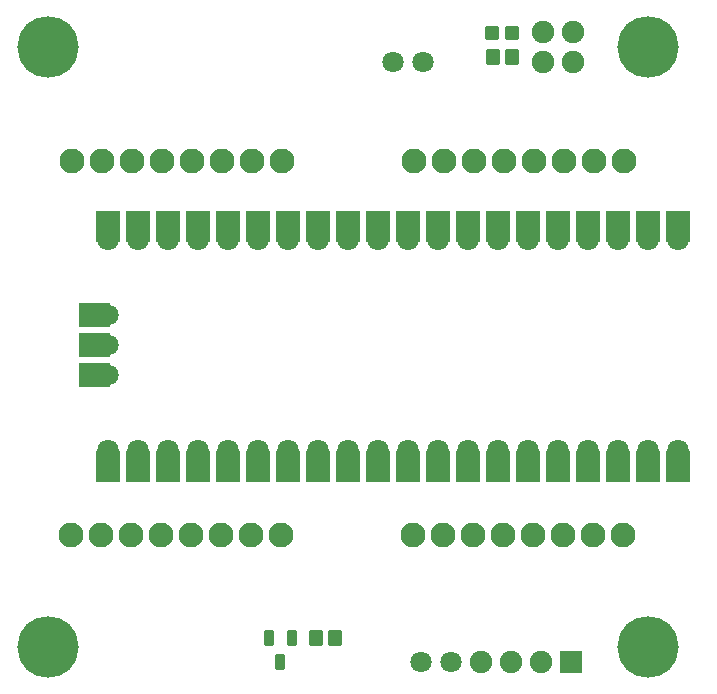
<source format=gts>
G04 Layer: TopSolderMaskLayer*
G04 EasyEDA v6.5.15, 2022-10-06 20:33:44*
G04 8bfdc35b050240779410f6369308cf52,5a6b42c53f6a479593ecc07194224c93,10*
G04 Gerber Generator version 0.2*
G04 Scale: 100 percent, Rotated: No, Reflected: No *
G04 Dimensions in millimeters *
G04 leading zeros omitted , absolute positions ,4 integer and 5 decimal *
%FSLAX45Y45*%
%MOMM*%

%AMMACRO1*1,1,$1,$2,$3*1,1,$1,$4,$5*1,1,$1,0-$2,0-$3*1,1,$1,0-$4,0-$5*20,1,$1,$2,$3,$4,$5,0*20,1,$1,$4,$5,0-$2,0-$3,0*20,1,$1,0-$2,0-$3,0-$4,0-$5,0*20,1,$1,0-$4,0-$5,$2,$3,0*4,1,4,$2,$3,$4,$5,0-$2,0-$3,0-$4,0-$5,$2,$3,0*%
%ADD10MACRO1,0.2032X-0.5X0.55X0.5X0.55*%
%ADD11MACRO1,0.1016X-0.35X-0.625X-0.35X0.625*%
%ADD12C,1.9016*%
%ADD13MACRO1,0.1016X-0.9X-0.85X0.9X-0.85*%
%ADD14MACRO1,0.2032X-0.45X-0.5X-0.45X0.5*%
%ADD15MACRO1,0.2032X0.5X-0.55X-0.5X-0.55*%
%ADD16C,5.2032*%
%ADD17C,2.1016*%
%ADD18C,1.8016*%
%ADD19C,0.0141*%

%LPD*%
D10*
G01*
X2810507Y457200D03*
G01*
X2650507Y457200D03*
D11*
G01*
X2444496Y455599D03*
G01*
X2254505Y455599D03*
G01*
X2349501Y255600D03*
D12*
G01*
X4051300Y254000D03*
D13*
G01*
X4813300Y254001D03*
D12*
G01*
X4559300Y254000D03*
G01*
X4305300Y254000D03*
D14*
G01*
X4144091Y5575292D03*
G01*
X4314090Y5575292D03*
D15*
G01*
X4149092Y5372100D03*
G01*
X4309092Y5372100D03*
D16*
G01*
X381000Y5461000D03*
G01*
X5461000Y5461000D03*
G01*
X5461000Y381000D03*
G01*
X381000Y381000D03*
D17*
G01*
X2362200Y4495800D03*
G01*
X2108200Y4495800D03*
G01*
X1854200Y4495800D03*
G01*
X1600200Y4495800D03*
G01*
X1346200Y4495800D03*
G01*
X1092200Y4495800D03*
G01*
X838200Y4495800D03*
G01*
X584200Y4495800D03*
D12*
G01*
X4572000Y5588000D03*
G01*
X4572000Y5334000D03*
G01*
X4826000Y5334000D03*
G01*
X4826000Y5588000D03*
D18*
G01*
X889000Y2679700D03*
G01*
X889000Y3187700D03*
G01*
X889000Y2933700D03*
G01*
X889000Y2044700D03*
G01*
X1143000Y2044700D03*
G01*
X1397000Y2044700D03*
G01*
X1651000Y2044700D03*
G01*
X1905000Y2044700D03*
G01*
X2159000Y2044700D03*
G01*
X2413000Y2044700D03*
G01*
X2667000Y2044700D03*
G01*
X2921000Y2044700D03*
G01*
X3175000Y2044700D03*
G01*
X3429000Y2044700D03*
G01*
X3683000Y2044700D03*
G01*
X3937000Y2044700D03*
G01*
X4191000Y2044700D03*
G01*
X4445000Y2044700D03*
G01*
X4699000Y2044700D03*
G01*
X4953000Y2044700D03*
G01*
X5207000Y2044700D03*
G01*
X5461000Y2044700D03*
G01*
X889000Y3822700D03*
G01*
X1143000Y3822700D03*
G01*
X1397000Y3822700D03*
G01*
X1651000Y3822700D03*
G01*
X1905000Y3822700D03*
G01*
X2159000Y3822700D03*
G01*
X2413000Y3822700D03*
G01*
X2667000Y3822700D03*
G01*
X2921000Y3822700D03*
G01*
X3175000Y3822700D03*
G01*
X3429000Y3822700D03*
G01*
X3683000Y3822700D03*
G01*
X3937000Y3822700D03*
G01*
X4191000Y3822700D03*
G01*
X4445000Y3822700D03*
G01*
X4699000Y3822700D03*
G01*
X4953000Y3822700D03*
G01*
X5207000Y3822700D03*
G01*
X5461000Y3822700D03*
G01*
X5715000Y2044700D03*
G01*
X5715000Y3822700D03*
D17*
G01*
X3479800Y4495800D03*
G01*
X3733800Y4495800D03*
G01*
X3987800Y4495800D03*
G01*
X4241800Y4495800D03*
G01*
X4495800Y4495800D03*
G01*
X4749800Y4495800D03*
G01*
X5003800Y4495800D03*
G01*
X5257800Y4495800D03*
G01*
X2359406Y1329893D03*
G01*
X2105406Y1329893D03*
G01*
X1851405Y1329893D03*
G01*
X1597405Y1329893D03*
G01*
X1343405Y1329893D03*
G01*
X1089405Y1329893D03*
G01*
X835405Y1329893D03*
G01*
X581405Y1329893D03*
G01*
X5255006Y1329893D03*
G01*
X5001006Y1329893D03*
G01*
X4747006Y1329893D03*
G01*
X4493006Y1329893D03*
G01*
X4239006Y1329893D03*
G01*
X3985006Y1329893D03*
G01*
X3731006Y1329893D03*
G01*
X3477006Y1329893D03*
D18*
G01*
X3797300Y254000D03*
G01*
X3543300Y254000D03*
G01*
X3302000Y5334000D03*
G01*
X3556000Y5334000D03*
G36*
X788670Y2037079D02*
G01*
X989330Y2037079D01*
X989330Y1772919D01*
X788670Y1772919D01*
G37*
G36*
X1042670Y2037079D02*
G01*
X1243330Y2037079D01*
X1243330Y1772919D01*
X1042670Y1772919D01*
G37*
G36*
X1296670Y2037079D02*
G01*
X1497330Y2037079D01*
X1497330Y1772919D01*
X1296670Y1772919D01*
G37*
G36*
X1550670Y2037079D02*
G01*
X1751330Y2037079D01*
X1751330Y1772919D01*
X1550670Y1772919D01*
G37*
G36*
X1804670Y2037079D02*
G01*
X2005329Y2037079D01*
X2005329Y1772919D01*
X1804670Y1772919D01*
G37*
G36*
X2058670Y2037079D02*
G01*
X2259329Y2037079D01*
X2259329Y1772919D01*
X2058670Y1772919D01*
G37*
G36*
X2312670Y2037079D02*
G01*
X2513329Y2037079D01*
X2513329Y1772919D01*
X2312670Y1772919D01*
G37*
G36*
X2566670Y2037079D02*
G01*
X2767329Y2037079D01*
X2767329Y1772919D01*
X2566670Y1772919D01*
G37*
G36*
X2820670Y2037079D02*
G01*
X3021329Y2037079D01*
X3021329Y1772919D01*
X2820670Y1772919D01*
G37*
G36*
X3074670Y2037079D02*
G01*
X3275329Y2037079D01*
X3275329Y1772919D01*
X3074670Y1772919D01*
G37*
G36*
X3328670Y2037079D02*
G01*
X3529329Y2037079D01*
X3529329Y1772919D01*
X3328670Y1772919D01*
G37*
G36*
X3582670Y2037079D02*
G01*
X3783329Y2037079D01*
X3783329Y1772919D01*
X3582670Y1772919D01*
G37*
G36*
X3836670Y2037079D02*
G01*
X4037329Y2037079D01*
X4037329Y1772919D01*
X3836670Y1772919D01*
G37*
G36*
X4090670Y2037079D02*
G01*
X4291329Y2037079D01*
X4291329Y1772919D01*
X4090670Y1772919D01*
G37*
G36*
X4344670Y2037079D02*
G01*
X4545329Y2037079D01*
X4545329Y1772919D01*
X4344670Y1772919D01*
G37*
G36*
X4598670Y2037079D02*
G01*
X4799329Y2037079D01*
X4799329Y1772919D01*
X4598670Y1772919D01*
G37*
G36*
X4852670Y2037079D02*
G01*
X5053329Y2037079D01*
X5053329Y1772919D01*
X4852670Y1772919D01*
G37*
G36*
X5106670Y2037079D02*
G01*
X5307329Y2037079D01*
X5307329Y1772919D01*
X5106670Y1772919D01*
G37*
G36*
X5360670Y2037079D02*
G01*
X5561329Y2037079D01*
X5561329Y1772919D01*
X5360670Y1772919D01*
G37*
G36*
X5614670Y2037079D02*
G01*
X5815329Y2037079D01*
X5815329Y1772919D01*
X5614670Y1772919D01*
G37*
G36*
X788670Y4069079D02*
G01*
X989330Y4069079D01*
X989330Y3804919D01*
X788670Y3804919D01*
G37*
G36*
X1042670Y4069079D02*
G01*
X1243330Y4069079D01*
X1243330Y3804919D01*
X1042670Y3804919D01*
G37*
G36*
X1296670Y4069079D02*
G01*
X1497330Y4069079D01*
X1497330Y3804919D01*
X1296670Y3804919D01*
G37*
G36*
X1550670Y4069079D02*
G01*
X1751330Y4069079D01*
X1751330Y3804919D01*
X1550670Y3804919D01*
G37*
G36*
X1804670Y4069079D02*
G01*
X2005329Y4069079D01*
X2005329Y3804919D01*
X1804670Y3804919D01*
G37*
G36*
X2058670Y4069079D02*
G01*
X2259329Y4069079D01*
X2259329Y3804919D01*
X2058670Y3804919D01*
G37*
G36*
X2312670Y4069079D02*
G01*
X2513329Y4069079D01*
X2513329Y3804919D01*
X2312670Y3804919D01*
G37*
G36*
X2566670Y4069079D02*
G01*
X2767329Y4069079D01*
X2767329Y3804919D01*
X2566670Y3804919D01*
G37*
G36*
X2820670Y4069079D02*
G01*
X3021329Y4069079D01*
X3021329Y3804919D01*
X2820670Y3804919D01*
G37*
G36*
X3074670Y4069079D02*
G01*
X3275329Y4069079D01*
X3275329Y3804919D01*
X3074670Y3804919D01*
G37*
G36*
X3328670Y4069079D02*
G01*
X3529329Y4069079D01*
X3529329Y3804919D01*
X3328670Y3804919D01*
G37*
G36*
X3582670Y4069079D02*
G01*
X3783329Y4069079D01*
X3783329Y3804919D01*
X3582670Y3804919D01*
G37*
G36*
X3836670Y4069079D02*
G01*
X4037329Y4069079D01*
X4037329Y3804919D01*
X3836670Y3804919D01*
G37*
G36*
X4090670Y4069079D02*
G01*
X4291329Y4069079D01*
X4291329Y3804919D01*
X4090670Y3804919D01*
G37*
G36*
X4344670Y4069079D02*
G01*
X4545329Y4069079D01*
X4545329Y3804919D01*
X4344670Y3804919D01*
G37*
G36*
X4598670Y4069079D02*
G01*
X4799329Y4069079D01*
X4799329Y3804919D01*
X4598670Y3804919D01*
G37*
G36*
X4852670Y4069079D02*
G01*
X5053329Y4069079D01*
X5053329Y3804919D01*
X4852670Y3804919D01*
G37*
G36*
X5106670Y4069079D02*
G01*
X5307329Y4069079D01*
X5307329Y3804919D01*
X5106670Y3804919D01*
G37*
G36*
X5360670Y4069079D02*
G01*
X5561329Y4069079D01*
X5561329Y3804919D01*
X5360670Y3804919D01*
G37*
G36*
X5614670Y4069079D02*
G01*
X5815329Y4069079D01*
X5815329Y3804919D01*
X5614670Y3804919D01*
G37*
G36*
X642620Y3287293D02*
G01*
X906780Y3287293D01*
X906780Y3086633D01*
X642620Y3086633D01*
G37*
G36*
X642620Y2779293D02*
G01*
X906780Y2779293D01*
X906780Y2578633D01*
X642620Y2578633D01*
G37*
G36*
X642620Y3033293D02*
G01*
X906780Y3033293D01*
X906780Y2832633D01*
X642620Y2832633D01*
G37*
M02*

</source>
